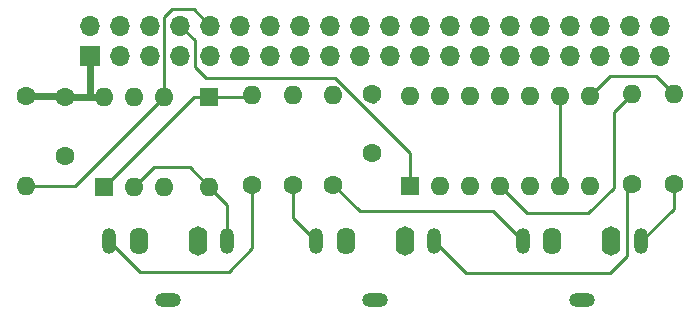
<source format=gtl>
G04 #@! TF.GenerationSoftware,KiCad,Pcbnew,7.0.9*
G04 #@! TF.CreationDate,2023-11-24T14:11:12+00:00*
G04 #@! TF.ProjectId,RPi-Zero-MIDI,5250692d-5a65-4726-9f2d-4d4944492e6b,rev?*
G04 #@! TF.SameCoordinates,Original*
G04 #@! TF.FileFunction,Copper,L1,Top*
G04 #@! TF.FilePolarity,Positive*
%FSLAX46Y46*%
G04 Gerber Fmt 4.6, Leading zero omitted, Abs format (unit mm)*
G04 Created by KiCad (PCBNEW 7.0.9) date 2023-11-24 14:11:12*
%MOMM*%
%LPD*%
G01*
G04 APERTURE LIST*
G04 #@! TA.AperFunction,ComponentPad*
%ADD10O,1.200000X2.200000*%
G04 #@! TD*
G04 #@! TA.AperFunction,ComponentPad*
%ADD11O,1.600000X2.300000*%
G04 #@! TD*
G04 #@! TA.AperFunction,ComponentPad*
%ADD12O,2.200000X1.200000*%
G04 #@! TD*
G04 #@! TA.AperFunction,ComponentPad*
%ADD13O,1.600000X2.500000*%
G04 #@! TD*
G04 #@! TA.AperFunction,ComponentPad*
%ADD14R,1.600000X1.600000*%
G04 #@! TD*
G04 #@! TA.AperFunction,ComponentPad*
%ADD15O,1.600000X1.600000*%
G04 #@! TD*
G04 #@! TA.AperFunction,ComponentPad*
%ADD16C,1.600000*%
G04 #@! TD*
G04 #@! TA.AperFunction,ComponentPad*
%ADD17R,1.700000X1.700000*%
G04 #@! TD*
G04 #@! TA.AperFunction,ComponentPad*
%ADD18O,1.700000X1.700000*%
G04 #@! TD*
G04 #@! TA.AperFunction,Conductor*
%ADD19C,0.254000*%
G04 #@! TD*
G04 #@! TA.AperFunction,Conductor*
%ADD20C,0.800000*%
G04 #@! TD*
G04 #@! TA.AperFunction,Conductor*
%ADD21C,0.600000*%
G04 #@! TD*
G04 APERTURE END LIST*
D10*
X110000000Y-90500000D03*
D11*
X112500000Y-90500000D03*
D12*
X115000000Y-95500000D03*
D10*
X120000000Y-90500000D03*
D13*
X117500000Y-90500000D03*
D14*
X109560000Y-85880000D03*
D15*
X112100000Y-85880000D03*
X114640000Y-85880000D03*
X114640000Y-78260000D03*
X112100000Y-78260000D03*
X109560000Y-78260000D03*
D14*
X135460000Y-85850000D03*
D15*
X138000000Y-85850000D03*
X140540000Y-85850000D03*
X143080000Y-85850000D03*
X145620000Y-85850000D03*
X148160000Y-85850000D03*
X150700000Y-85850000D03*
X150700000Y-78230000D03*
X148160000Y-78230000D03*
X145620000Y-78230000D03*
X143080000Y-78230000D03*
X140540000Y-78230000D03*
X138000000Y-78230000D03*
X135460000Y-78230000D03*
D16*
X102950000Y-78220000D03*
D15*
X102950000Y-85840000D03*
D16*
X122060000Y-85770000D03*
D15*
X122060000Y-78150000D03*
D16*
X157780000Y-85610000D03*
D15*
X157780000Y-77990000D03*
D16*
X154230000Y-85660000D03*
D15*
X154230000Y-78040000D03*
D16*
X128950000Y-85710000D03*
D15*
X128950000Y-78090000D03*
D16*
X125560000Y-85740000D03*
D15*
X125560000Y-78120000D03*
D10*
X145000000Y-90500000D03*
D11*
X147500000Y-90500000D03*
D12*
X150000000Y-95500000D03*
D10*
X155000000Y-90500000D03*
D13*
X152500000Y-90500000D03*
D10*
X127500000Y-90500000D03*
D11*
X130000000Y-90500000D03*
D12*
X132500000Y-95500000D03*
D10*
X137500000Y-90500000D03*
D13*
X135000000Y-90500000D03*
D14*
X118430000Y-78240000D03*
D15*
X118430000Y-85860000D03*
D16*
X106260000Y-83270000D03*
X106260000Y-78270000D03*
X132220000Y-83050000D03*
X132220000Y-78050000D03*
D17*
X108370000Y-74770000D03*
D18*
X108370000Y-72230000D03*
X110910000Y-74770000D03*
X110910000Y-72230000D03*
X113450000Y-74770000D03*
X113450000Y-72230000D03*
X115990000Y-74770000D03*
X115990000Y-72230000D03*
X118530000Y-74770000D03*
X118530000Y-72230000D03*
X121070000Y-74770000D03*
X121070000Y-72230000D03*
X123610000Y-74770000D03*
X123610000Y-72230000D03*
X126150000Y-74770000D03*
X126150000Y-72230000D03*
X128690000Y-74770000D03*
X128690000Y-72230000D03*
X131230000Y-74770000D03*
X131230000Y-72230000D03*
X133770000Y-74770000D03*
X133770000Y-72230000D03*
X136310000Y-74770000D03*
X136310000Y-72230000D03*
X138850000Y-74770000D03*
X138850000Y-72230000D03*
X141390000Y-74770000D03*
X141390000Y-72230000D03*
X143930000Y-74770000D03*
X143930000Y-72230000D03*
X146470000Y-74770000D03*
X146470000Y-72230000D03*
X149010000Y-74770000D03*
X149010000Y-72230000D03*
X151550000Y-74770000D03*
X151550000Y-72230000D03*
X154090000Y-74770000D03*
X154090000Y-72230000D03*
X156630000Y-74770000D03*
X156630000Y-72230000D03*
D19*
X140180000Y-93200000D02*
X140180000Y-93180000D01*
X140180000Y-93200000D02*
X152360000Y-93200000D01*
X140180000Y-93180000D02*
X137500000Y-90500000D01*
X153850000Y-86040000D02*
X154230000Y-85660000D01*
X153850000Y-91710000D02*
X153850000Y-86040000D01*
X152360000Y-93200000D02*
X153850000Y-91710000D01*
X142470000Y-87970000D02*
X145000000Y-90500000D01*
X131210000Y-87970000D02*
X142470000Y-87970000D01*
X128950000Y-85710000D02*
X131210000Y-87970000D01*
X157780000Y-85610000D02*
X157780000Y-87720000D01*
X157780000Y-87720000D02*
X155000000Y-90500000D01*
X113060000Y-93060000D02*
X112560000Y-93060000D01*
X112560000Y-93060000D02*
X110000000Y-90500000D01*
X120100000Y-93060000D02*
X113060000Y-93060000D01*
X125560000Y-88560000D02*
X127500000Y-90500000D01*
X125560000Y-85740000D02*
X125560000Y-88560000D01*
X120000000Y-87430000D02*
X118430000Y-85860000D01*
X120000000Y-90500000D02*
X120000000Y-87430000D01*
X135460000Y-83006181D02*
X135460000Y-85850000D01*
X117250000Y-75740000D02*
X118160000Y-76650000D01*
X118160000Y-76650000D02*
X129103819Y-76650000D01*
X115990000Y-72230000D02*
X117250000Y-73490000D01*
X117250000Y-73490000D02*
X117250000Y-75740000D01*
X129103819Y-76650000D02*
X135460000Y-83006181D01*
X148160000Y-78230000D02*
X148160000Y-85850000D01*
X152690000Y-79580000D02*
X154230000Y-78040000D01*
X152690000Y-85970000D02*
X152690000Y-79580000D01*
X150560000Y-88100000D02*
X152690000Y-85970000D01*
X145330000Y-88100000D02*
X150560000Y-88100000D01*
X143080000Y-85850000D02*
X145330000Y-88100000D01*
X156320000Y-76530000D02*
X157780000Y-77990000D01*
X152400000Y-76530000D02*
X156320000Y-76530000D01*
X150700000Y-78230000D02*
X152400000Y-76530000D01*
X121970000Y-78240000D02*
X122060000Y-78150000D01*
X118430000Y-78240000D02*
X121970000Y-78240000D01*
X117200000Y-78240000D02*
X118430000Y-78240000D01*
X109560000Y-85880000D02*
X117200000Y-78240000D01*
X115330000Y-70830000D02*
X114640000Y-71520000D01*
X117130000Y-70830000D02*
X115330000Y-70830000D01*
X118530000Y-72230000D02*
X117130000Y-70830000D01*
X114640000Y-71520000D02*
X114640000Y-78260000D01*
X107060000Y-85840000D02*
X102950000Y-85840000D01*
X114640000Y-78260000D02*
X107060000Y-85840000D01*
X122060000Y-91100000D02*
X120100000Y-93060000D01*
X122060000Y-85770000D02*
X122060000Y-91100000D01*
X116790000Y-84220000D02*
X118430000Y-85860000D01*
X113760000Y-84220000D02*
X116790000Y-84220000D01*
X112100000Y-85880000D02*
X113760000Y-84220000D01*
D20*
X135280000Y-78050000D02*
X135460000Y-78230000D01*
X132180000Y-78090000D02*
X132220000Y-78050000D01*
X132300000Y-78420000D02*
X132280000Y-78440000D01*
D21*
X108370000Y-74770000D02*
X108370000Y-78270000D01*
X108370000Y-78270000D02*
X109550000Y-78270000D01*
X106260000Y-78270000D02*
X108370000Y-78270000D01*
D20*
X109550000Y-78270000D02*
X109560000Y-78260000D01*
X106210000Y-78220000D02*
X106260000Y-78270000D01*
D21*
X102950000Y-78220000D02*
X106210000Y-78220000D01*
M02*

</source>
